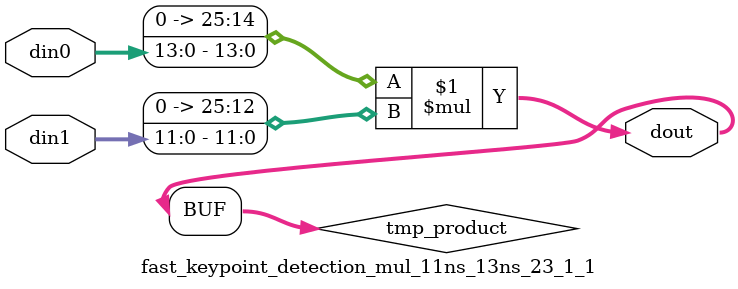
<source format=v>

`timescale 1 ns / 1 ps

 module fast_keypoint_detection_mul_11ns_13ns_23_1_1(din0, din1, dout);
parameter ID = 1;
parameter NUM_STAGE = 0;
parameter din0_WIDTH = 14;
parameter din1_WIDTH = 12;
parameter dout_WIDTH = 26;

input [din0_WIDTH - 1 : 0] din0; 
input [din1_WIDTH - 1 : 0] din1; 
output [dout_WIDTH - 1 : 0] dout;

wire signed [dout_WIDTH - 1 : 0] tmp_product;
























assign tmp_product = $signed({1'b0, din0}) * $signed({1'b0, din1});











assign dout = tmp_product;





















endmodule

</source>
